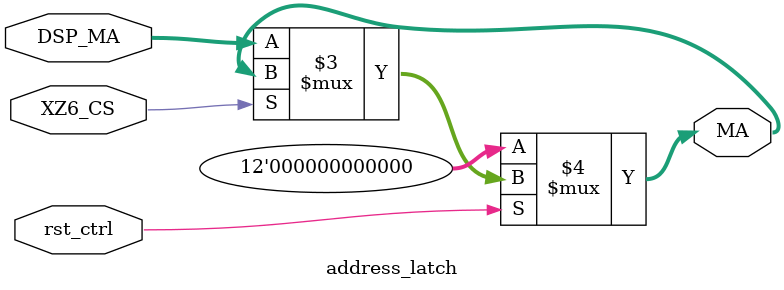
<source format=v>
module address_latch
(
	XZ6_CS, DSP_MA, MA,rst_ctrl
);

	input XZ6_CS;//???DSP????XZCS0AND1
    input [11:0]DSP_MA;//???DSP?????dsp_A[11:0]
    input rst_ctrl;
    output [11:0] MA;

    assign MA   = (!rst_ctrl)?12'b0:((XZ6_CS==0)? DSP_MA : MA);

endmodule 


</source>
